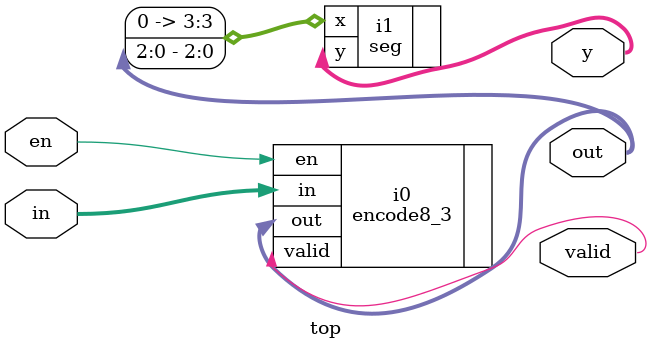
<source format=v>
module top(
    input [7:0] in,
    input en,
    output reg [2:0] out, 
    output reg valid,
    output reg [7:0] y
);
    encode8_3 i0(
    .in(in),
    .out(out), 
    .en(en),
    .valid(valid)
    );
    
    seg i1(
    .x({1'b0,out}),
    .y(y)
    );
endmodule


</source>
